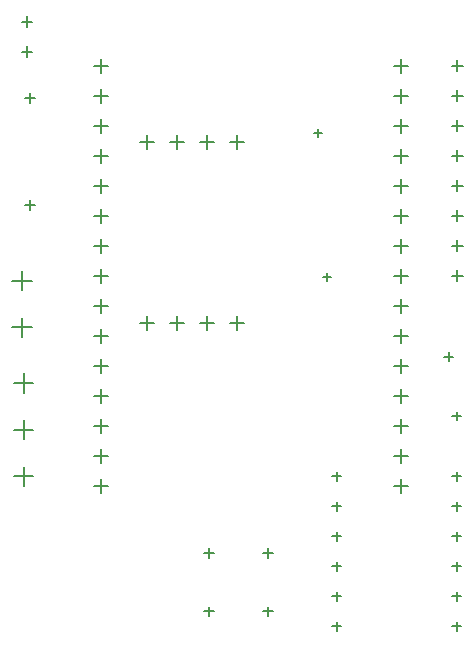
<source format=gbr>
G04*
G04 #@! TF.GenerationSoftware,Altium Limited,Altium Designer,25.0.2 (28)*
G04*
G04 Layer_Color=128*
%FSLAX44Y44*%
%MOMM*%
G71*
G04*
G04 #@! TF.SameCoordinates,4711C13A-52D9-45D7-B3A0-D515BE669C82*
G04*
G04*
G04 #@! TF.FilePolarity,Positive*
G04*
G01*
G75*
%ADD67C,0.1270*%
D67*
X1152700Y1330800D02*
X1164300D01*
X1158500Y1325000D02*
Y1336600D01*
X1152700Y1305400D02*
X1164300D01*
X1158500Y1299600D02*
Y1311200D01*
X1152700Y1280000D02*
X1164300D01*
X1158500Y1274200D02*
Y1285800D01*
X1152700Y1254600D02*
X1164300D01*
X1158500Y1248800D02*
Y1260400D01*
X1152700Y1229200D02*
X1164300D01*
X1158500Y1223400D02*
Y1235000D01*
X1152700Y1203800D02*
X1164300D01*
X1158500Y1198000D02*
Y1209600D01*
X1152700Y1178400D02*
X1164300D01*
X1158500Y1172600D02*
Y1184200D01*
X1152700Y1153000D02*
X1164300D01*
X1158500Y1147200D02*
Y1158800D01*
X1152700Y1127600D02*
X1164300D01*
X1158500Y1121800D02*
Y1133400D01*
X1152700Y1102200D02*
X1164300D01*
X1158500Y1096400D02*
Y1108000D01*
X1152700Y1076800D02*
X1164300D01*
X1158500Y1071000D02*
Y1082600D01*
X1152700Y1051400D02*
X1164300D01*
X1158500Y1045600D02*
Y1057200D01*
X1152700Y1026000D02*
X1164300D01*
X1158500Y1020200D02*
Y1031800D01*
X1152700Y975200D02*
X1164300D01*
X1158500Y969400D02*
Y981000D01*
X1152700Y1000600D02*
X1164300D01*
X1158500Y994800D02*
Y1006400D01*
X898700Y1051400D02*
X910300D01*
X904500Y1045600D02*
Y1057200D01*
X898700Y1330800D02*
X910300D01*
X904500Y1325000D02*
Y1336600D01*
X898700Y1305400D02*
X910300D01*
X904500Y1299600D02*
Y1311200D01*
X898700Y1280000D02*
X910300D01*
X904500Y1274200D02*
Y1285800D01*
X898700Y1254600D02*
X910300D01*
X904500Y1248800D02*
Y1260400D01*
X898700Y1229200D02*
X910300D01*
X904500Y1223400D02*
Y1235000D01*
X898700Y1203800D02*
X910300D01*
X904500Y1198000D02*
Y1209600D01*
X898700Y1178400D02*
X910300D01*
X904500Y1172600D02*
Y1184200D01*
X898700Y1153000D02*
X910300D01*
X904500Y1147200D02*
Y1158800D01*
X898700Y1127600D02*
X910300D01*
X904500Y1121800D02*
Y1133400D01*
X898700Y1102200D02*
X910300D01*
X904500Y1096400D02*
Y1108000D01*
X898700Y1076800D02*
X910300D01*
X904500Y1071000D02*
Y1082600D01*
X898700Y1026000D02*
X910300D01*
X904500Y1020200D02*
Y1031800D01*
X898700Y1000600D02*
X910300D01*
X904500Y994800D02*
Y1006400D01*
X898700Y975200D02*
X910300D01*
X904500Y969400D02*
Y981000D01*
X830500Y1062350D02*
X847000D01*
X838750Y1054100D02*
Y1070600D01*
X830500Y1022750D02*
X847000D01*
X838750Y1014500D02*
Y1031000D01*
X830500Y983150D02*
X847000D01*
X838750Y974900D02*
Y991400D01*
X1201540Y983250D02*
X1209160D01*
X1205350Y979440D02*
Y987060D01*
X1201540Y957850D02*
X1209160D01*
X1205350Y954040D02*
Y961660D01*
X1201540Y932450D02*
X1209160D01*
X1205350Y928640D02*
Y936260D01*
X1201540Y907050D02*
X1209160D01*
X1205350Y903240D02*
Y910860D01*
X1201540Y881650D02*
X1209160D01*
X1205350Y877840D02*
Y885460D01*
X1201540Y856250D02*
X1209160D01*
X1205350Y852440D02*
Y860060D01*
X1099940Y957850D02*
X1107560D01*
X1103750Y954040D02*
Y961660D01*
X1099940Y881650D02*
X1107560D01*
X1103750Y877840D02*
Y885460D01*
X1099940Y983250D02*
X1107560D01*
X1103750Y979440D02*
Y987060D01*
X1099940Y932450D02*
X1107560D01*
X1103750Y928640D02*
Y936260D01*
X1099940Y907050D02*
X1107560D01*
X1103750Y903240D02*
Y910860D01*
X1099940Y856250D02*
X1107560D01*
X1103750Y852440D02*
Y860060D01*
X937250Y1113100D02*
X948850D01*
X943050Y1107300D02*
Y1118900D01*
X962650Y1113100D02*
X974250D01*
X968450Y1107300D02*
Y1118900D01*
X988050Y1113100D02*
X999650D01*
X993850Y1107300D02*
Y1118900D01*
X1013450Y1113100D02*
X1025050D01*
X1019250Y1107300D02*
Y1118900D01*
X937250Y1266500D02*
X948850D01*
X943050Y1260700D02*
Y1272300D01*
X962650Y1266500D02*
X974250D01*
X968450Y1260700D02*
Y1272300D01*
X988050Y1266500D02*
X999650D01*
X993850Y1260700D02*
Y1272300D01*
X1013450Y1266500D02*
X1025050D01*
X1019250Y1260700D02*
Y1272300D01*
X991750Y918250D02*
X999750D01*
X995750Y914250D02*
Y922250D01*
X1041750Y918250D02*
X1049750D01*
X1045750Y914250D02*
Y922250D01*
X991750Y869000D02*
X999750D01*
X995750Y865000D02*
Y873000D01*
X1041750Y869000D02*
X1049750D01*
X1045750Y865000D02*
Y873000D01*
X1201500Y1153050D02*
X1210500D01*
X1206000Y1148550D02*
Y1157550D01*
X1201500Y1178450D02*
X1210500D01*
X1206000Y1173950D02*
Y1182950D01*
X1201500Y1203850D02*
X1210500D01*
X1206000Y1199350D02*
Y1208350D01*
X1201500Y1229250D02*
X1210500D01*
X1206000Y1224750D02*
Y1233750D01*
X1201500Y1254650D02*
X1210500D01*
X1206000Y1250150D02*
Y1259150D01*
X1201500Y1280050D02*
X1210500D01*
X1206000Y1275550D02*
Y1284550D01*
X1201500Y1305450D02*
X1210500D01*
X1206000Y1300950D02*
Y1309950D01*
X1201500Y1330850D02*
X1210500D01*
X1206000Y1326350D02*
Y1335350D01*
X829000Y1149000D02*
X845500D01*
X837250Y1140750D02*
Y1157250D01*
X829000Y1109400D02*
X845500D01*
X837250Y1101150D02*
Y1117650D01*
X837250Y1368201D02*
X846250D01*
X841750Y1363701D02*
Y1372701D01*
X837250Y1342800D02*
X846250D01*
X841750Y1338300D02*
Y1347300D01*
X840000Y1213250D02*
X848500D01*
X844250Y1209000D02*
Y1217500D01*
X840000Y1303250D02*
X848500D01*
X844250Y1299000D02*
Y1307500D01*
X1084444Y1273750D02*
X1091556D01*
X1088000Y1270194D02*
Y1277306D01*
X1091944Y1152000D02*
X1099056D01*
X1095500Y1148444D02*
Y1155556D01*
X1201794Y1034422D02*
X1208906D01*
X1205350Y1030866D02*
Y1037978D01*
X1195070Y1084580D02*
X1202182D01*
X1198626Y1081024D02*
Y1088136D01*
M02*

</source>
